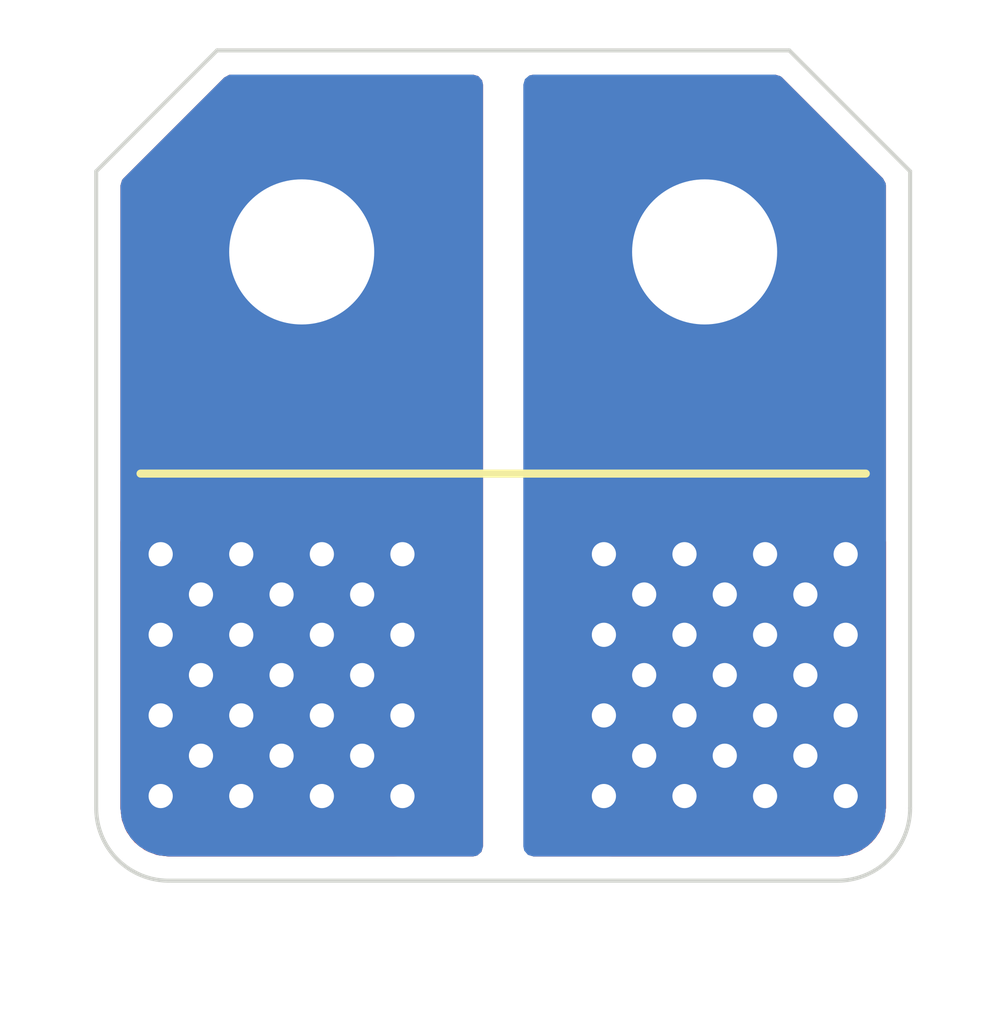
<source format=kicad_pcb>
(kicad_pcb (version 20240108) (generator "pcbnew") (generator_version "8.0")
  (layers (0 "F.Cu" signal) (31 "B.Cu" signal) (34 "B.Paste" user) (35 "F.Paste" user) (36 "B.SilkS" user "B.Silkscreen") (37 "F.SilkS" user "F.Silkscreen") (38 "B.Mask" user) (39 "F.Mask" user) (44 "Edge.Cuts" user))
  (net 0 "")
  (net 1 "/2")
  (net 2 "/1")
  (footprint "Connector_AMASS:AMASS_XT30UPB-F_1x02_P5.0mm_Vertical" (layer "F.Cu") (at 110 74.75)
    (property "Reference" "J1" (hide yes))
    (property "Value" "Conn_01x02_Pin" (hide yes))
    (pad "1" thru_hole circle (at 0 0) (size 3 3) (drill 1.8) (layers "*.Cu" "*.Mask") (net 2 "/1"))
    (pad "2" thru_hole circle (at 5 0) (size 3 3) (drill 1.8) (layers "*.Cu" "*.Mask") (net 1 "/2"))
  )
  (footprint "Resistor_SMD:R_0201_0603Metric" (layer "F.Cu") (at 112.5 80)
    (property "Reference" "J2" (hide yes))
    (property "Value" "Conn_01x02_Pin")
    (pad "1" smd roundrect (at -2.75 0) (size 4 4.5) (layers "*.Mask" "F.Cu") (roundrect_rratio 0.15) (net 2 "/1"))
    (pad "2" smd roundrect (at 2.75 0) (size 4 4.5) (layers "*.Mask" "F.Cu") (roundrect_rratio 0.15) (net 1 "/2"))
  )
  (gr_line (start 108 77.5) (end 117 77.5) (stroke (width 0.1)) (layer "F.SilkS"))
  (gr_line (start 116.05 72.25) (end 117.55 73.75) (stroke (width 0.05)) (layer "Edge.Cuts"))
  (gr_arc (start 108.35 82.55) (mid 107.713604 82.286396) (end 107.45 81.65) (stroke (width 0.05)) (layer "Edge.Cuts"))
  (gr_line (start 108.95 72.25) (end 107.45 73.75) (stroke (width 0.05)) (layer "Edge.Cuts"))
  (gr_line (start 107.45 73.75) (end 107.45 81.65) (stroke (width 0.05)) (layer "Edge.Cuts"))
  (gr_arc (start 117.55 81.65) (mid 117.286396 82.286396) (end 116.65 82.55) (stroke (width 0.05)) (layer "Edge.Cuts"))
  (gr_line (start 117.55 81.65) (end 117.55 73.75) (stroke (width 0.05)) (layer "Edge.Cuts"))
  (gr_line (start 116.05 72.25) (end 108.95 72.25) (stroke (width 0.05)) (layer "Edge.Cuts"))
  (gr_line (start 108.35 82.55) (end 116.65 82.55) (stroke (width 0.05)) (layer "Edge.Cuts"))
  (via (at 116.25 80) (size 0.6) (drill 0.3) (layers "F.Cu" "B.Cu") (net 1))
  (via (at 116.25 81) (size 0.6) (drill 0.3) (layers "F.Cu" "B.Cu") (net 1))
  (via (at 116.25 79) (size 0.6) (drill 0.3) (layers "F.Cu" "B.Cu") (net 1))
  (via (at 114.25 81) (size 0.6) (drill 0.3) (layers "F.Cu" "B.Cu") (net 1))
  (via (at 115.75 80.5) (size 0.6) (drill 0.3) (layers "F.Cu" "B.Cu") (net 1))
  (via (at 114.25 79) (size 0.6) (drill 0.3) (layers "F.Cu" "B.Cu") (net 1))
  (via (at 115.25 79) (size 0.6) (drill 0.3) (layers "F.Cu" "B.Cu") (net 1))
  (via (at 113.75 80.5) (size 0.6) (drill 0.3) (layers "F.Cu" "B.Cu") (net 1))
  (via (at 114.75 80.5) (size 0.6) (drill 0.3) (layers "F.Cu" "B.Cu") (net 1))
  (via (at 115.25 81) (size 0.6) (drill 0.3) (layers "F.Cu" "B.Cu") (net 1))
  (via (at 114.25 80) (size 0.6) (drill 0.3) (layers "F.Cu" "B.Cu") (net 1))
  (via (at 115.25 80) (size 0.6) (drill 0.3) (layers "F.Cu" "B.Cu") (net 1))
  (via (at 116.75 80.5) (size 0.6) (drill 0.3) (layers "F.Cu" "B.Cu") (net 1))
  (via (at 116.75 78.5) (size 0.6) (drill 0.3) (layers "F.Cu" "B.Cu") (net 1))
  (via (at 115.75 81.5) (size 0.6) (drill 0.3) (layers "F.Cu" "B.Cu") (net 1))
  (via (at 114.75 81.5) (size 0.6) (drill 0.3) (layers "F.Cu" "B.Cu") (net 1))
  (via (at 115.75 78.5) (size 0.6) (drill 0.3) (layers "F.Cu" "B.Cu") (net 1))
  (via (at 113.75 79.5) (size 0.6) (drill 0.3) (layers "F.Cu" "B.Cu") (net 1))
  (via (at 115.75 79.5) (size 0.6) (drill 0.3) (layers "F.Cu" "B.Cu") (net 1))
  (via (at 113.75 81.5) (size 0.6) (drill 0.3) (layers "F.Cu" "B.Cu") (net 1))
  (via (at 114.75 79.5) (size 0.6) (drill 0.3) (layers "F.Cu" "B.Cu") (net 1))
  (via (at 114.75 78.5) (size 0.6) (drill 0.3) (layers "F.Cu" "B.Cu") (net 1))
  (via (at 116.75 81.5) (size 0.6) (drill 0.3) (layers "F.Cu" "B.Cu") (net 1))
  (via (at 113.75 78.5) (size 0.6) (drill 0.3) (layers "F.Cu" "B.Cu") (net 1))
  (via (at 116.75 79.5) (size 0.6) (drill 0.3) (layers "F.Cu" "B.Cu") (net 1))
  (via (at 110.75 79) (size 0.6) (drill 0.3) (layers "F.Cu" "B.Cu") (net 2))
  (via (at 108.25 78.5) (size 0.6) (drill 0.3) (layers "F.Cu" "B.Cu") (net 2))
  (via (at 109.25 78.5) (size 0.6) (drill 0.3) (layers "F.Cu" "B.Cu") (net 2))
  (via (at 108.75 80.999999) (size 0.6) (drill 0.3) (layers "F.Cu" "B.Cu") (net 2))
  (via (at 109.75 80) (size 0.6) (drill 0.3) (layers "F.Cu" "B.Cu") (net 2))
  (via (at 111.25 80.5) (size 0.6) (drill 0.3) (layers "F.Cu" "B.Cu") (net 2))
  (via (at 108.25 80.5) (size 0.6) (drill 0.3) (layers "F.Cu" "B.Cu") (net 2))
  (via (at 110.25 78.5) (size 0.6) (drill 0.3) (layers "F.Cu" "B.Cu") (net 2))
  (via (at 109.25 81.5) (size 0.6) (drill 0.3) (layers "F.Cu" "B.Cu") (net 2))
  (via (at 111.25 81.5) (size 0.6) (drill 0.3) (layers "F.Cu" "B.Cu") (net 2))
  (via (at 111.25 79.5) (size 0.6) (drill 0.3) (layers "F.Cu" "B.Cu") (net 2))
  (via (at 111.25 78.499999) (size 0.6) (drill 0.3) (layers "F.Cu" "B.Cu") (net 2))
  (via (at 109.75 79) (size 0.6) (drill 0.3) (layers "F.Cu" "B.Cu") (net 2))
  (via (at 108.25 79.5) (size 0.6) (drill 0.3) (layers "F.Cu" "B.Cu") (net 2))
  (via (at 109.75 81) (size 0.6) (drill 0.3) (layers "F.Cu" "B.Cu") (net 2))
  (via (at 110.75 81) (size 0.6) (drill 0.3) (layers "F.Cu" "B.Cu") (net 2))
  (via (at 110.25 79.5) (size 0.6) (drill 0.3) (layers "F.Cu" "B.Cu") (net 2))
  (via (at 108.75 80.000001) (size 0.6) (drill 0.3) (layers "F.Cu" "B.Cu") (net 2))
  (via (at 108.75 79) (size 0.6) (drill 0.3) (layers "F.Cu" "B.Cu") (net 2))
  (via (at 109.249999 80.5) (size 0.6) (drill 0.3) (layers "F.Cu" "B.Cu") (net 2))
  (via (at 110.25 80.5) (size 0.6) (drill 0.3) (layers "F.Cu" "B.Cu") (net 2))
  (via (at 110.25 81.5) (size 0.6) (drill 0.3) (layers "F.Cu" "B.Cu") (net 2))
  (via (at 110.75 80) (size 0.6) (drill 0.3) (layers "F.Cu" "B.Cu") (net 2))
  (via (at 109.25 79.5) (size 0.6) (drill 0.3) (layers "F.Cu" "B.Cu") (net 2))
  (via (at 108.25 81.5) (size 0.6) (drill 0.3) (layers "F.Cu" "B.Cu") (net 2))
  (zone (net 1) (net_name "/2") (layers "F&B.Cu") (connect_pads yes (clearance 0.5)) (min_thickness 0.25) (fill yes (thermal_gap 0.5) (thermal_bridge_width 0.5) (island_removal_mode 1) (island_area_min 10))
    (polygon (pts (xy 117.75 82.75) (xy 117.75 72.5) (xy 112.75 72.5) (xy 112.75 82.75)))
  )
  (zone (net 2) (net_name "/1") (layers "F&B.Cu") (connect_pads yes (clearance 0.4)) (min_thickness 0.25) (fill yes (thermal_gap 0.5) (thermal_bridge_width 0.5) (island_removal_mode 1) (island_area_min 10))
    (polygon (pts (xy 112.25 82.75) (xy 112.25 72.5) (xy 107.25 72.5) (xy 107.25 82.75)))
  )
)
</source>
